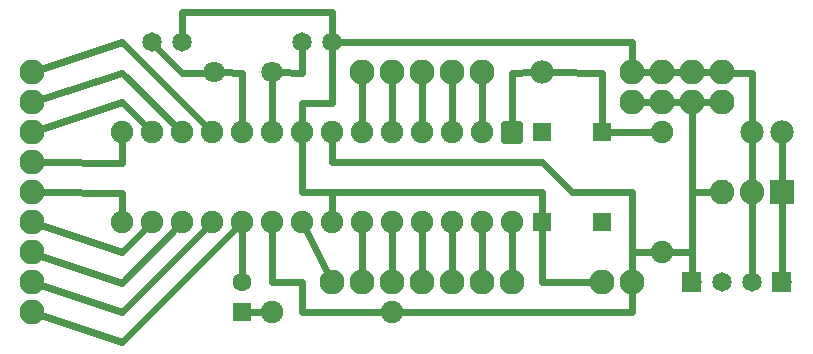
<source format=gbl>
G04 MADE WITH FRITZING*
G04 WWW.FRITZING.ORG*
G04 DOUBLE SIDED*
G04 HOLES PLATED*
G04 CONTOUR ON CENTER OF CONTOUR VECTOR*
%ASAXBY*%
%FSLAX23Y23*%
%MOIN*%
%OFA0B0*%
%SFA1.0B1.0*%
%ADD10C,0.082000*%
%ADD11C,0.078000*%
%ADD12C,0.065000*%
%ADD13C,0.062992*%
%ADD14C,0.059370*%
%ADD15C,0.083307*%
%ADD16C,0.075000*%
%ADD17C,0.070925*%
%ADD18C,0.070866*%
%ADD19R,0.082000X0.082000*%
%ADD20R,0.062992X0.062992*%
%ADD21C,0.024000*%
%ADD22C,0.020000*%
%ADD23R,0.001000X0.001000*%
%LNCOPPER0*%
G90*
G70*
G54D10*
X2646Y559D03*
X2546Y559D03*
X2446Y559D03*
G54D11*
X2546Y759D03*
X2646Y759D03*
G54D12*
X2647Y259D03*
X2547Y259D03*
X2346Y259D03*
X2446Y259D03*
G54D11*
X1846Y959D03*
G54D13*
X846Y160D03*
X846Y259D03*
G54D14*
X2046Y759D03*
X2046Y459D03*
X1846Y759D03*
X1846Y459D03*
G54D15*
X2446Y859D03*
X2346Y859D03*
X2246Y859D03*
X2146Y859D03*
X2446Y959D03*
X2346Y959D03*
X2246Y959D03*
X2146Y959D03*
G54D16*
X1746Y759D03*
X1746Y459D03*
X1646Y759D03*
X1646Y459D03*
X1546Y759D03*
X1546Y459D03*
X1446Y759D03*
X1446Y459D03*
X1346Y759D03*
X1346Y459D03*
X1246Y759D03*
X1246Y459D03*
X1146Y759D03*
X1146Y459D03*
X1046Y759D03*
X1046Y459D03*
X946Y759D03*
X946Y459D03*
X846Y759D03*
X846Y459D03*
X746Y759D03*
X746Y459D03*
X646Y759D03*
X646Y459D03*
X546Y759D03*
X546Y459D03*
X446Y759D03*
X446Y459D03*
G54D15*
X1746Y259D03*
X1646Y259D03*
X1546Y259D03*
X1446Y259D03*
X1346Y259D03*
X1246Y259D03*
X1146Y259D03*
X146Y159D03*
X146Y259D03*
X146Y359D03*
X146Y459D03*
X146Y559D03*
X146Y659D03*
X146Y759D03*
X146Y859D03*
X146Y959D03*
X1646Y959D03*
X1546Y959D03*
X1446Y959D03*
X1346Y959D03*
X1246Y959D03*
X2146Y259D03*
X2046Y259D03*
G54D17*
X753Y959D03*
G54D18*
X946Y959D03*
G54D12*
X1046Y1059D03*
X1146Y1059D03*
X646Y1059D03*
X546Y1059D03*
G54D16*
X2246Y759D03*
X2246Y359D03*
X1346Y159D03*
X946Y159D03*
G54D19*
X2646Y559D03*
G54D20*
X846Y160D03*
G54D21*
X2045Y958D02*
X1877Y959D01*
D02*
X2046Y790D02*
X2045Y958D01*
D02*
X2218Y759D02*
X2077Y759D01*
D02*
X1846Y559D02*
X1147Y559D01*
D02*
X1147Y559D02*
X1147Y487D01*
D02*
X1846Y490D02*
X1846Y559D01*
D02*
X2014Y259D02*
X1846Y260D01*
D02*
X1846Y260D02*
X1846Y428D01*
D02*
X1048Y858D02*
X1147Y858D01*
D02*
X1147Y858D02*
X1147Y1034D01*
D02*
X1047Y787D02*
X1048Y858D01*
D02*
X1048Y260D02*
X948Y260D01*
D02*
X948Y260D02*
X947Y430D01*
D02*
X1047Y159D02*
X1048Y260D01*
D02*
X1318Y159D02*
X1047Y159D01*
D02*
X2348Y859D02*
X2414Y859D01*
D02*
X2348Y361D02*
X2348Y859D01*
D02*
X2275Y359D02*
X2348Y361D01*
D02*
X2348Y361D02*
X2347Y284D01*
D02*
X2275Y359D02*
X2348Y361D01*
D02*
X2646Y527D02*
X2646Y284D01*
D02*
X2546Y527D02*
X2546Y284D01*
D02*
X2646Y591D02*
X2646Y729D01*
D02*
X2545Y957D02*
X2479Y958D01*
D02*
X2546Y789D02*
X2545Y957D01*
D02*
X2546Y591D02*
X2546Y729D01*
D02*
X1346Y292D02*
X1346Y430D01*
D02*
X1646Y430D02*
X1646Y292D01*
D02*
X1546Y292D02*
X1546Y430D01*
D02*
X1446Y430D02*
X1446Y292D01*
D02*
X946Y787D02*
X946Y932D01*
D02*
X1048Y958D02*
X973Y959D01*
D02*
X1047Y1034D02*
X1048Y958D01*
D02*
X1132Y288D02*
X1059Y433D01*
D02*
X845Y958D02*
X780Y959D01*
D02*
X846Y787D02*
X845Y958D01*
D02*
X648Y957D02*
X727Y958D01*
D02*
X564Y1041D02*
X648Y957D01*
D02*
X2345Y559D02*
X2414Y559D01*
D02*
X2346Y284D02*
X2345Y559D01*
D02*
X1746Y958D02*
X1816Y959D01*
D02*
X1746Y787D02*
X1746Y958D01*
D02*
X918Y159D02*
X873Y160D01*
D02*
X1646Y926D02*
X1646Y787D01*
D02*
X1446Y926D02*
X1446Y787D01*
D02*
X1346Y926D02*
X1346Y787D01*
D02*
X1246Y926D02*
X1246Y787D01*
D02*
X1546Y926D02*
X1546Y787D01*
D02*
X1746Y292D02*
X1746Y430D01*
D02*
X446Y957D02*
X626Y779D01*
D02*
X178Y869D02*
X446Y957D01*
D02*
X446Y60D02*
X178Y149D01*
D02*
X826Y439D02*
X446Y60D01*
D02*
X446Y1060D02*
X726Y779D01*
D02*
X178Y969D02*
X446Y1060D01*
D02*
X446Y859D02*
X526Y779D01*
D02*
X178Y769D02*
X446Y859D01*
D02*
X446Y657D02*
X446Y730D01*
D02*
X179Y659D02*
X446Y657D01*
D02*
X446Y159D02*
X726Y439D01*
D02*
X178Y249D02*
X446Y159D01*
D02*
X446Y258D02*
X626Y439D01*
D02*
X178Y348D02*
X446Y258D01*
D02*
X446Y361D02*
X526Y439D01*
D02*
X178Y449D02*
X446Y361D01*
D02*
X446Y558D02*
X446Y487D01*
D02*
X179Y559D02*
X446Y558D01*
D02*
X647Y1160D02*
X647Y1084D01*
D02*
X1147Y1160D02*
X647Y1160D01*
D02*
X1147Y1084D02*
X1147Y1160D01*
D02*
X846Y286D02*
X846Y430D01*
D02*
X2146Y159D02*
X1375Y159D01*
D02*
X2146Y226D02*
X2146Y159D01*
D02*
X2148Y360D02*
X2218Y359D01*
D02*
X2147Y292D02*
X2148Y360D01*
D02*
X1048Y559D02*
X1147Y559D01*
D02*
X1147Y559D02*
X1147Y487D01*
D02*
X1047Y730D02*
X1048Y559D01*
D02*
X1246Y292D02*
X1246Y430D01*
D02*
X1147Y659D02*
X1147Y730D01*
D02*
X1846Y659D02*
X1147Y659D01*
D02*
X2148Y559D02*
X1945Y559D01*
D02*
X1945Y559D02*
X1846Y659D01*
D02*
X2147Y292D02*
X2148Y559D01*
D02*
X2214Y859D02*
X2179Y859D01*
D02*
X2279Y859D02*
X2314Y859D01*
D02*
X2379Y859D02*
X2414Y859D01*
D02*
X2379Y959D02*
X2414Y959D01*
D02*
X2314Y959D02*
X2279Y959D01*
D02*
X2214Y959D02*
X2179Y959D01*
D02*
X1171Y1059D02*
X1248Y1059D01*
D02*
X1248Y1059D02*
X2146Y1059D01*
D02*
X2146Y1059D02*
X2146Y992D01*
G54D22*
X1774Y731D02*
X1719Y731D01*
X1719Y786D01*
X1774Y786D01*
X1774Y731D01*
D02*
G54D23*
X1816Y789D02*
X1875Y789D01*
X2016Y789D02*
X2075Y789D01*
X1816Y788D02*
X1875Y788D01*
X2016Y788D02*
X2075Y788D01*
X1816Y787D02*
X1875Y787D01*
X2016Y787D02*
X2075Y787D01*
X1816Y786D02*
X1875Y786D01*
X2016Y786D02*
X2075Y786D01*
X1816Y785D02*
X1875Y785D01*
X2016Y785D02*
X2075Y785D01*
X1816Y784D02*
X1875Y784D01*
X2016Y784D02*
X2075Y784D01*
X1816Y783D02*
X1875Y783D01*
X2016Y783D02*
X2075Y783D01*
X1816Y782D02*
X1875Y782D01*
X2016Y782D02*
X2075Y782D01*
X1816Y781D02*
X1875Y781D01*
X2016Y781D02*
X2075Y781D01*
X1816Y780D02*
X1875Y780D01*
X2016Y780D02*
X2075Y780D01*
X1816Y779D02*
X1840Y779D01*
X1851Y779D02*
X1875Y779D01*
X2016Y779D02*
X2040Y779D01*
X2051Y779D02*
X2075Y779D01*
X1816Y778D02*
X1837Y778D01*
X1854Y778D02*
X1875Y778D01*
X2016Y778D02*
X2037Y778D01*
X2054Y778D02*
X2075Y778D01*
X1816Y777D02*
X1835Y777D01*
X1856Y777D02*
X1875Y777D01*
X2016Y777D02*
X2035Y777D01*
X2056Y777D02*
X2075Y777D01*
X1816Y776D02*
X1834Y776D01*
X1857Y776D02*
X1875Y776D01*
X2016Y776D02*
X2034Y776D01*
X2057Y776D02*
X2075Y776D01*
X1816Y775D02*
X1832Y775D01*
X1859Y775D02*
X1875Y775D01*
X2016Y775D02*
X2032Y775D01*
X2059Y775D02*
X2075Y775D01*
X1816Y774D02*
X1831Y774D01*
X1860Y774D02*
X1875Y774D01*
X2016Y774D02*
X2031Y774D01*
X2060Y774D02*
X2075Y774D01*
X1816Y773D02*
X1830Y773D01*
X1861Y773D02*
X1875Y773D01*
X2016Y773D02*
X2030Y773D01*
X2061Y773D02*
X2075Y773D01*
X1816Y772D02*
X1830Y772D01*
X1862Y772D02*
X1875Y772D01*
X2016Y772D02*
X2030Y772D01*
X2062Y772D02*
X2075Y772D01*
X1816Y771D02*
X1829Y771D01*
X1862Y771D02*
X1875Y771D01*
X2016Y771D02*
X2029Y771D01*
X2062Y771D02*
X2075Y771D01*
X1816Y770D02*
X1828Y770D01*
X1863Y770D02*
X1875Y770D01*
X2016Y770D02*
X2028Y770D01*
X2063Y770D02*
X2075Y770D01*
X1816Y769D02*
X1828Y769D01*
X1863Y769D02*
X1875Y769D01*
X2016Y769D02*
X2028Y769D01*
X2063Y769D02*
X2075Y769D01*
X1816Y768D02*
X1827Y768D01*
X1864Y768D02*
X1875Y768D01*
X2016Y768D02*
X2027Y768D01*
X2064Y768D02*
X2075Y768D01*
X1816Y767D02*
X1827Y767D01*
X1864Y767D02*
X1875Y767D01*
X2016Y767D02*
X2027Y767D01*
X2064Y767D02*
X2075Y767D01*
X1816Y766D02*
X1826Y766D01*
X1865Y766D02*
X1875Y766D01*
X2016Y766D02*
X2026Y766D01*
X2065Y766D02*
X2075Y766D01*
X1816Y765D02*
X1826Y765D01*
X1865Y765D02*
X1875Y765D01*
X2016Y765D02*
X2026Y765D01*
X2065Y765D02*
X2075Y765D01*
X1816Y764D02*
X1826Y764D01*
X1865Y764D02*
X1875Y764D01*
X2016Y764D02*
X2026Y764D01*
X2065Y764D02*
X2075Y764D01*
X1816Y763D02*
X1826Y763D01*
X1865Y763D02*
X1875Y763D01*
X2016Y763D02*
X2026Y763D01*
X2065Y763D02*
X2075Y763D01*
X1816Y762D02*
X1826Y762D01*
X1866Y762D02*
X1875Y762D01*
X2016Y762D02*
X2026Y762D01*
X2066Y762D02*
X2075Y762D01*
X1816Y761D02*
X1825Y761D01*
X1866Y761D02*
X1875Y761D01*
X2016Y761D02*
X2025Y761D01*
X2066Y761D02*
X2075Y761D01*
X1816Y760D02*
X1825Y760D01*
X1866Y760D02*
X1875Y760D01*
X2016Y760D02*
X2025Y760D01*
X2066Y760D02*
X2075Y760D01*
X1816Y759D02*
X1825Y759D01*
X1866Y759D02*
X1875Y759D01*
X2016Y759D02*
X2025Y759D01*
X2066Y759D02*
X2075Y759D01*
X1816Y758D02*
X1826Y758D01*
X1866Y758D02*
X1875Y758D01*
X2016Y758D02*
X2026Y758D01*
X2066Y758D02*
X2075Y758D01*
X1816Y757D02*
X1826Y757D01*
X1865Y757D02*
X1875Y757D01*
X2016Y757D02*
X2026Y757D01*
X2065Y757D02*
X2075Y757D01*
X1816Y756D02*
X1826Y756D01*
X1865Y756D02*
X1875Y756D01*
X2016Y756D02*
X2026Y756D01*
X2065Y756D02*
X2075Y756D01*
X1816Y755D02*
X1826Y755D01*
X1865Y755D02*
X1875Y755D01*
X2016Y755D02*
X2026Y755D01*
X2065Y755D02*
X2075Y755D01*
X1816Y754D02*
X1826Y754D01*
X1865Y754D02*
X1875Y754D01*
X2016Y754D02*
X2026Y754D01*
X2065Y754D02*
X2075Y754D01*
X1816Y753D02*
X1827Y753D01*
X1864Y753D02*
X1875Y753D01*
X2016Y753D02*
X2027Y753D01*
X2064Y753D02*
X2075Y753D01*
X1816Y752D02*
X1827Y752D01*
X1864Y752D02*
X1875Y752D01*
X2016Y752D02*
X2027Y752D01*
X2064Y752D02*
X2075Y752D01*
X1816Y751D02*
X1828Y751D01*
X1863Y751D02*
X1875Y751D01*
X2016Y751D02*
X2028Y751D01*
X2063Y751D02*
X2075Y751D01*
X1816Y750D02*
X1828Y750D01*
X1863Y750D02*
X1875Y750D01*
X2016Y750D02*
X2028Y750D01*
X2063Y750D02*
X2075Y750D01*
X1816Y749D02*
X1829Y749D01*
X1862Y749D02*
X1875Y749D01*
X2016Y749D02*
X2029Y749D01*
X2062Y749D02*
X2075Y749D01*
X1816Y748D02*
X1830Y748D01*
X1862Y748D02*
X1875Y748D01*
X2016Y748D02*
X2030Y748D01*
X2062Y748D02*
X2075Y748D01*
X1816Y747D02*
X1830Y747D01*
X1861Y747D02*
X1875Y747D01*
X2016Y747D02*
X2030Y747D01*
X2061Y747D02*
X2075Y747D01*
X1816Y746D02*
X1831Y746D01*
X1860Y746D02*
X1875Y746D01*
X2016Y746D02*
X2031Y746D01*
X2060Y746D02*
X2075Y746D01*
X1816Y745D02*
X1832Y745D01*
X1859Y745D02*
X1875Y745D01*
X2016Y745D02*
X2032Y745D01*
X2059Y745D02*
X2075Y745D01*
X1816Y744D02*
X1834Y744D01*
X1857Y744D02*
X1875Y744D01*
X2016Y744D02*
X2034Y744D01*
X2057Y744D02*
X2075Y744D01*
X1816Y743D02*
X1835Y743D01*
X1856Y743D02*
X1875Y743D01*
X2016Y743D02*
X2035Y743D01*
X2056Y743D02*
X2075Y743D01*
X1816Y742D02*
X1837Y742D01*
X1854Y742D02*
X1875Y742D01*
X2016Y742D02*
X2037Y742D01*
X2054Y742D02*
X2075Y742D01*
X1816Y741D02*
X1840Y741D01*
X1851Y741D02*
X1875Y741D01*
X2016Y741D02*
X2040Y741D01*
X2051Y741D02*
X2075Y741D01*
X1816Y740D02*
X1875Y740D01*
X2016Y740D02*
X2075Y740D01*
X1816Y739D02*
X1875Y739D01*
X2016Y739D02*
X2075Y739D01*
X1816Y738D02*
X1875Y738D01*
X2016Y738D02*
X2075Y738D01*
X1816Y737D02*
X1875Y737D01*
X2016Y737D02*
X2075Y737D01*
X1816Y736D02*
X1875Y736D01*
X2016Y736D02*
X2075Y736D01*
X1816Y735D02*
X1875Y735D01*
X2016Y735D02*
X2075Y735D01*
X1816Y734D02*
X1875Y734D01*
X2016Y734D02*
X2075Y734D01*
X1816Y733D02*
X1875Y733D01*
X2016Y733D02*
X2075Y733D01*
X1816Y732D02*
X1875Y732D01*
X2016Y732D02*
X2075Y732D01*
X1816Y731D02*
X1875Y731D01*
X2016Y731D02*
X2075Y731D01*
X1816Y489D02*
X1875Y489D01*
X2016Y489D02*
X2075Y489D01*
X1816Y488D02*
X1875Y488D01*
X2016Y488D02*
X2075Y488D01*
X1816Y487D02*
X1875Y487D01*
X2016Y487D02*
X2075Y487D01*
X1816Y486D02*
X1875Y486D01*
X2016Y486D02*
X2075Y486D01*
X1816Y485D02*
X1875Y485D01*
X2016Y485D02*
X2075Y485D01*
X1816Y484D02*
X1875Y484D01*
X2016Y484D02*
X2075Y484D01*
X1816Y483D02*
X1875Y483D01*
X2016Y483D02*
X2075Y483D01*
X1816Y482D02*
X1875Y482D01*
X2016Y482D02*
X2075Y482D01*
X1816Y481D02*
X1875Y481D01*
X2016Y481D02*
X2075Y481D01*
X1816Y480D02*
X1875Y480D01*
X2016Y480D02*
X2075Y480D01*
X1816Y479D02*
X1840Y479D01*
X1851Y479D02*
X1875Y479D01*
X2016Y479D02*
X2040Y479D01*
X2051Y479D02*
X2075Y479D01*
X1816Y478D02*
X1837Y478D01*
X1854Y478D02*
X1875Y478D01*
X2016Y478D02*
X2037Y478D01*
X2054Y478D02*
X2075Y478D01*
X1816Y477D02*
X1835Y477D01*
X1856Y477D02*
X1875Y477D01*
X2016Y477D02*
X2035Y477D01*
X2056Y477D02*
X2075Y477D01*
X1816Y476D02*
X1833Y476D01*
X1858Y476D02*
X1875Y476D01*
X2016Y476D02*
X2033Y476D01*
X2058Y476D02*
X2075Y476D01*
X1816Y475D02*
X1832Y475D01*
X1859Y475D02*
X1875Y475D01*
X2016Y475D02*
X2032Y475D01*
X2059Y475D02*
X2075Y475D01*
X1816Y474D02*
X1831Y474D01*
X1860Y474D02*
X1875Y474D01*
X2016Y474D02*
X2031Y474D01*
X2060Y474D02*
X2075Y474D01*
X1816Y473D02*
X1830Y473D01*
X1861Y473D02*
X1875Y473D01*
X2016Y473D02*
X2030Y473D01*
X2061Y473D02*
X2075Y473D01*
X1816Y472D02*
X1829Y472D01*
X1862Y472D02*
X1875Y472D01*
X2016Y472D02*
X2029Y472D01*
X2062Y472D02*
X2075Y472D01*
X1816Y471D02*
X1829Y471D01*
X1862Y471D02*
X1875Y471D01*
X2016Y471D02*
X2029Y471D01*
X2062Y471D02*
X2075Y471D01*
X1816Y470D02*
X1828Y470D01*
X1863Y470D02*
X1875Y470D01*
X2016Y470D02*
X2028Y470D01*
X2063Y470D02*
X2075Y470D01*
X1816Y469D02*
X1828Y469D01*
X1864Y469D02*
X1875Y469D01*
X2016Y469D02*
X2028Y469D01*
X2064Y469D02*
X2075Y469D01*
X1816Y468D02*
X1827Y468D01*
X1864Y468D02*
X1875Y468D01*
X2016Y468D02*
X2027Y468D01*
X2064Y468D02*
X2075Y468D01*
X1816Y467D02*
X1827Y467D01*
X1864Y467D02*
X1875Y467D01*
X2016Y467D02*
X2027Y467D01*
X2064Y467D02*
X2075Y467D01*
X1816Y466D02*
X1826Y466D01*
X1865Y466D02*
X1875Y466D01*
X2016Y466D02*
X2026Y466D01*
X2065Y466D02*
X2075Y466D01*
X1816Y465D02*
X1826Y465D01*
X1865Y465D02*
X1875Y465D01*
X2016Y465D02*
X2026Y465D01*
X2065Y465D02*
X2075Y465D01*
X1816Y464D02*
X1826Y464D01*
X1865Y464D02*
X1875Y464D01*
X2016Y464D02*
X2026Y464D01*
X2065Y464D02*
X2075Y464D01*
X1816Y463D02*
X1826Y463D01*
X1865Y463D02*
X1875Y463D01*
X2016Y463D02*
X2026Y463D01*
X2065Y463D02*
X2075Y463D01*
X1816Y462D02*
X1826Y462D01*
X1866Y462D02*
X1875Y462D01*
X2016Y462D02*
X2026Y462D01*
X2066Y462D02*
X2075Y462D01*
X1816Y461D02*
X1825Y461D01*
X1866Y461D02*
X1875Y461D01*
X2016Y461D02*
X2025Y461D01*
X2066Y461D02*
X2075Y461D01*
X1816Y460D02*
X1825Y460D01*
X1866Y460D02*
X1875Y460D01*
X2016Y460D02*
X2025Y460D01*
X2066Y460D02*
X2075Y460D01*
X1816Y459D02*
X1826Y459D01*
X1866Y459D02*
X1875Y459D01*
X2016Y459D02*
X2025Y459D01*
X2066Y459D02*
X2075Y459D01*
X1816Y458D02*
X1826Y458D01*
X1866Y458D02*
X1875Y458D01*
X2016Y458D02*
X2026Y458D01*
X2065Y458D02*
X2075Y458D01*
X1816Y457D02*
X1826Y457D01*
X1865Y457D02*
X1875Y457D01*
X2016Y457D02*
X2026Y457D01*
X2065Y457D02*
X2075Y457D01*
X1816Y456D02*
X1826Y456D01*
X1865Y456D02*
X1875Y456D01*
X2016Y456D02*
X2026Y456D01*
X2065Y456D02*
X2075Y456D01*
X1816Y455D02*
X1826Y455D01*
X1865Y455D02*
X1875Y455D01*
X2016Y455D02*
X2026Y455D01*
X2065Y455D02*
X2075Y455D01*
X1816Y454D02*
X1826Y454D01*
X1865Y454D02*
X1875Y454D01*
X2016Y454D02*
X2026Y454D01*
X2065Y454D02*
X2075Y454D01*
X1816Y453D02*
X1827Y453D01*
X1864Y453D02*
X1875Y453D01*
X2016Y453D02*
X2027Y453D01*
X2064Y453D02*
X2075Y453D01*
X1816Y452D02*
X1827Y452D01*
X1864Y452D02*
X1875Y452D01*
X2016Y452D02*
X2027Y452D01*
X2064Y452D02*
X2075Y452D01*
X1816Y451D02*
X1828Y451D01*
X1863Y451D02*
X1875Y451D01*
X2016Y451D02*
X2028Y451D01*
X2063Y451D02*
X2075Y451D01*
X1816Y450D02*
X1828Y450D01*
X1863Y450D02*
X1875Y450D01*
X2016Y450D02*
X2028Y450D01*
X2063Y450D02*
X2075Y450D01*
X1816Y449D02*
X1829Y449D01*
X1862Y449D02*
X1875Y449D01*
X2016Y449D02*
X2029Y449D01*
X2062Y449D02*
X2075Y449D01*
X1816Y448D02*
X1830Y448D01*
X1861Y448D02*
X1875Y448D01*
X2016Y448D02*
X2030Y448D01*
X2061Y448D02*
X2075Y448D01*
X1816Y447D02*
X1831Y447D01*
X1861Y447D02*
X1875Y447D01*
X2016Y447D02*
X2030Y447D01*
X2061Y447D02*
X2075Y447D01*
X1816Y446D02*
X1831Y446D01*
X1860Y446D02*
X1875Y446D01*
X2016Y446D02*
X2031Y446D01*
X2060Y446D02*
X2075Y446D01*
X1816Y445D02*
X1833Y445D01*
X1858Y445D02*
X1875Y445D01*
X2016Y445D02*
X2033Y445D01*
X2058Y445D02*
X2075Y445D01*
X1816Y444D02*
X1834Y444D01*
X1857Y444D02*
X1875Y444D01*
X2016Y444D02*
X2034Y444D01*
X2057Y444D02*
X2075Y444D01*
X1816Y443D02*
X1836Y443D01*
X1856Y443D02*
X1875Y443D01*
X2016Y443D02*
X2036Y443D01*
X2055Y443D02*
X2075Y443D01*
X1816Y442D02*
X1838Y442D01*
X1854Y442D02*
X1875Y442D01*
X2016Y442D02*
X2037Y442D01*
X2054Y442D02*
X2075Y442D01*
X1816Y441D02*
X1841Y441D01*
X1850Y441D02*
X1875Y441D01*
X2016Y441D02*
X2041Y441D01*
X2050Y441D02*
X2075Y441D01*
X1816Y440D02*
X1875Y440D01*
X2016Y440D02*
X2075Y440D01*
X1816Y439D02*
X1875Y439D01*
X2016Y439D02*
X2075Y439D01*
X1816Y438D02*
X1875Y438D01*
X2016Y438D02*
X2075Y438D01*
X1816Y437D02*
X1875Y437D01*
X2016Y437D02*
X2075Y437D01*
X1816Y436D02*
X1875Y436D01*
X2016Y436D02*
X2075Y436D01*
X1816Y435D02*
X1875Y435D01*
X2016Y435D02*
X2075Y435D01*
X1816Y434D02*
X1875Y434D01*
X2016Y434D02*
X2075Y434D01*
X1816Y433D02*
X1875Y433D01*
X2016Y433D02*
X2075Y433D01*
X1816Y432D02*
X1875Y432D01*
X2016Y432D02*
X2075Y432D01*
X1816Y431D02*
X1875Y431D01*
X2016Y431D02*
X2075Y431D01*
X2313Y292D02*
X2377Y292D01*
X2613Y292D02*
X2677Y292D01*
X2313Y291D02*
X2377Y291D01*
X2613Y291D02*
X2677Y291D01*
X2313Y290D02*
X2377Y290D01*
X2613Y290D02*
X2677Y290D01*
X2313Y289D02*
X2377Y289D01*
X2613Y289D02*
X2677Y289D01*
X2313Y288D02*
X2377Y288D01*
X2613Y288D02*
X2677Y288D01*
X2313Y287D02*
X2377Y287D01*
X2613Y287D02*
X2677Y287D01*
X2313Y286D02*
X2377Y286D01*
X2613Y286D02*
X2677Y286D01*
X2313Y285D02*
X2377Y285D01*
X2613Y285D02*
X2677Y285D01*
X2313Y284D02*
X2377Y284D01*
X2613Y284D02*
X2677Y284D01*
X2313Y283D02*
X2377Y283D01*
X2613Y283D02*
X2677Y283D01*
X2313Y282D02*
X2377Y282D01*
X2613Y282D02*
X2677Y282D01*
X2313Y281D02*
X2377Y281D01*
X2613Y281D02*
X2677Y281D01*
X2313Y280D02*
X2377Y280D01*
X2613Y280D02*
X2677Y280D01*
X2313Y279D02*
X2377Y279D01*
X2613Y279D02*
X2677Y279D01*
X2313Y278D02*
X2377Y278D01*
X2613Y278D02*
X2677Y278D01*
X2313Y277D02*
X2377Y277D01*
X2613Y277D02*
X2677Y277D01*
X2313Y276D02*
X2377Y276D01*
X2613Y276D02*
X2677Y276D01*
X2313Y275D02*
X2377Y275D01*
X2613Y275D02*
X2677Y275D01*
X2313Y274D02*
X2377Y274D01*
X2613Y274D02*
X2677Y274D01*
X2313Y273D02*
X2340Y273D01*
X2351Y273D02*
X2377Y273D01*
X2613Y273D02*
X2640Y273D01*
X2651Y273D02*
X2677Y273D01*
X2313Y272D02*
X2338Y272D01*
X2353Y272D02*
X2377Y272D01*
X2613Y272D02*
X2638Y272D01*
X2653Y272D02*
X2677Y272D01*
X2313Y271D02*
X2336Y271D01*
X2354Y271D02*
X2377Y271D01*
X2613Y271D02*
X2636Y271D01*
X2654Y271D02*
X2677Y271D01*
X2313Y270D02*
X2335Y270D01*
X2356Y270D02*
X2377Y270D01*
X2613Y270D02*
X2635Y270D01*
X2656Y270D02*
X2677Y270D01*
X2313Y269D02*
X2334Y269D01*
X2357Y269D02*
X2377Y269D01*
X2613Y269D02*
X2634Y269D01*
X2656Y269D02*
X2677Y269D01*
X2313Y268D02*
X2334Y268D01*
X2357Y268D02*
X2377Y268D01*
X2613Y268D02*
X2634Y268D01*
X2657Y268D02*
X2677Y268D01*
X2313Y267D02*
X2333Y267D01*
X2358Y267D02*
X2377Y267D01*
X2613Y267D02*
X2633Y267D01*
X2658Y267D02*
X2677Y267D01*
X2313Y266D02*
X2332Y266D01*
X2358Y266D02*
X2377Y266D01*
X2613Y266D02*
X2632Y266D01*
X2658Y266D02*
X2677Y266D01*
X2313Y265D02*
X2332Y265D01*
X2359Y265D02*
X2377Y265D01*
X2613Y265D02*
X2632Y265D01*
X2659Y265D02*
X2677Y265D01*
X2313Y264D02*
X2332Y264D01*
X2359Y264D02*
X2377Y264D01*
X2613Y264D02*
X2632Y264D01*
X2659Y264D02*
X2677Y264D01*
X2313Y263D02*
X2331Y263D01*
X2359Y263D02*
X2377Y263D01*
X2613Y263D02*
X2631Y263D01*
X2659Y263D02*
X2677Y263D01*
X2313Y262D02*
X2331Y262D01*
X2360Y262D02*
X2377Y262D01*
X2613Y262D02*
X2631Y262D01*
X2659Y262D02*
X2677Y262D01*
X2313Y261D02*
X2331Y261D01*
X2360Y261D02*
X2377Y261D01*
X2613Y261D02*
X2631Y261D01*
X2660Y261D02*
X2677Y261D01*
X2313Y260D02*
X2331Y260D01*
X2360Y260D02*
X2377Y260D01*
X2613Y260D02*
X2631Y260D01*
X2660Y260D02*
X2677Y260D01*
X2313Y259D02*
X2331Y259D01*
X2360Y259D02*
X2377Y259D01*
X2613Y259D02*
X2631Y259D01*
X2660Y259D02*
X2677Y259D01*
X2313Y258D02*
X2331Y258D01*
X2360Y258D02*
X2377Y258D01*
X2613Y258D02*
X2631Y258D01*
X2659Y258D02*
X2677Y258D01*
X2313Y257D02*
X2332Y257D01*
X2359Y257D02*
X2377Y257D01*
X2613Y257D02*
X2632Y257D01*
X2659Y257D02*
X2677Y257D01*
X2313Y256D02*
X2332Y256D01*
X2359Y256D02*
X2377Y256D01*
X2613Y256D02*
X2632Y256D01*
X2659Y256D02*
X2677Y256D01*
X2313Y255D02*
X2332Y255D01*
X2359Y255D02*
X2377Y255D01*
X2613Y255D02*
X2632Y255D01*
X2659Y255D02*
X2677Y255D01*
X2313Y254D02*
X2333Y254D01*
X2358Y254D02*
X2377Y254D01*
X2613Y254D02*
X2633Y254D01*
X2658Y254D02*
X2677Y254D01*
X2313Y253D02*
X2333Y253D01*
X2358Y253D02*
X2377Y253D01*
X2613Y253D02*
X2633Y253D01*
X2658Y253D02*
X2677Y253D01*
X2313Y252D02*
X2334Y252D01*
X2357Y252D02*
X2377Y252D01*
X2613Y252D02*
X2634Y252D01*
X2657Y252D02*
X2677Y252D01*
X2313Y251D02*
X2335Y251D01*
X2356Y251D02*
X2377Y251D01*
X2613Y251D02*
X2635Y251D01*
X2656Y251D02*
X2677Y251D01*
X2313Y250D02*
X2336Y250D01*
X2355Y250D02*
X2377Y250D01*
X2613Y250D02*
X2636Y250D01*
X2655Y250D02*
X2677Y250D01*
X2313Y249D02*
X2337Y249D01*
X2354Y249D02*
X2377Y249D01*
X2613Y249D02*
X2637Y249D01*
X2654Y249D02*
X2677Y249D01*
X2313Y248D02*
X2339Y248D01*
X2352Y248D02*
X2377Y248D01*
X2613Y248D02*
X2639Y248D01*
X2652Y248D02*
X2677Y248D01*
X2313Y247D02*
X2341Y247D01*
X2350Y247D02*
X2377Y247D01*
X2613Y247D02*
X2641Y247D01*
X2649Y247D02*
X2677Y247D01*
X2313Y246D02*
X2377Y246D01*
X2613Y246D02*
X2677Y246D01*
X2313Y245D02*
X2377Y245D01*
X2613Y245D02*
X2677Y245D01*
X2313Y244D02*
X2377Y244D01*
X2613Y244D02*
X2677Y244D01*
X2313Y243D02*
X2377Y243D01*
X2613Y243D02*
X2677Y243D01*
X2313Y242D02*
X2377Y242D01*
X2613Y242D02*
X2677Y242D01*
X2313Y241D02*
X2377Y241D01*
X2613Y241D02*
X2677Y241D01*
X2313Y240D02*
X2377Y240D01*
X2613Y240D02*
X2677Y240D01*
X2313Y239D02*
X2377Y239D01*
X2613Y239D02*
X2677Y239D01*
X2313Y238D02*
X2377Y238D01*
X2613Y238D02*
X2677Y238D01*
X2313Y237D02*
X2377Y237D01*
X2613Y237D02*
X2677Y237D01*
X2313Y236D02*
X2377Y236D01*
X2613Y236D02*
X2677Y236D01*
X2313Y235D02*
X2377Y235D01*
X2613Y235D02*
X2677Y235D01*
X2313Y234D02*
X2377Y234D01*
X2613Y234D02*
X2677Y234D01*
X2313Y233D02*
X2377Y233D01*
X2613Y233D02*
X2677Y233D01*
X2313Y232D02*
X2377Y232D01*
X2613Y232D02*
X2677Y232D01*
X2313Y231D02*
X2377Y231D01*
X2613Y231D02*
X2677Y231D01*
X2313Y230D02*
X2377Y230D01*
X2613Y230D02*
X2677Y230D01*
X2313Y229D02*
X2377Y229D01*
X2613Y229D02*
X2677Y229D01*
X2314Y228D02*
X2377Y228D01*
X2614Y228D02*
X2677Y228D01*
D02*
G04 End of Copper0*
M02*
</source>
